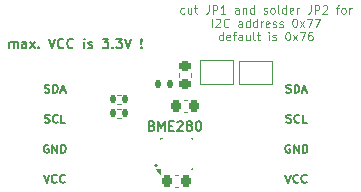
<source format=gbr>
%TF.GenerationSoftware,KiCad,Pcbnew,8.0.5-8.0.5-0~ubuntu22.04.1*%
%TF.CreationDate,2024-09-30T09:37:16+02:00*%
%TF.ProjectId,I2C_Module_BME280_FUEL4EP,4932435f-4d6f-4647-956c-655f424d4532,V1.4*%
%TF.SameCoordinates,Original*%
%TF.FileFunction,Legend,Top*%
%TF.FilePolarity,Positive*%
%FSLAX46Y46*%
G04 Gerber Fmt 4.6, Leading zero omitted, Abs format (unit mm)*
G04 Created by KiCad (PCBNEW 8.0.5-8.0.5-0~ubuntu22.04.1) date 2024-09-30 09:37:16*
%MOMM*%
%LPD*%
G01*
G04 APERTURE LIST*
G04 Aperture macros list*
%AMRoundRect*
0 Rectangle with rounded corners*
0 $1 Rounding radius*
0 $2 $3 $4 $5 $6 $7 $8 $9 X,Y pos of 4 corners*
0 Add a 4 corners polygon primitive as box body*
4,1,4,$2,$3,$4,$5,$6,$7,$8,$9,$2,$3,0*
0 Add four circle primitives for the rounded corners*
1,1,$1+$1,$2,$3*
1,1,$1+$1,$4,$5*
1,1,$1+$1,$6,$7*
1,1,$1+$1,$8,$9*
0 Add four rect primitives between the rounded corners*
20,1,$1+$1,$2,$3,$4,$5,0*
20,1,$1+$1,$4,$5,$6,$7,0*
20,1,$1+$1,$6,$7,$8,$9,0*
20,1,$1+$1,$8,$9,$2,$3,0*%
G04 Aperture macros list end*
%ADD10C,0.176200*%
%ADD11C,0.150000*%
%ADD12C,0.100000*%
%ADD13C,0.152400*%
%ADD14C,0.120000*%
%ADD15RoundRect,0.225000X0.250000X-0.225000X0.250000X0.225000X-0.250000X0.225000X-0.250000X-0.225000X0*%
%ADD16RoundRect,0.147500X-0.147500X-0.172500X0.147500X-0.172500X0.147500X0.172500X-0.147500X0.172500X0*%
%ADD17R,0.500000X0.350000*%
%ADD18R,1.000000X1.500000*%
%ADD19RoundRect,0.225000X0.225000X0.250000X-0.225000X0.250000X-0.225000X-0.250000X0.225000X-0.250000X0*%
%ADD20RoundRect,0.135000X0.135000X0.185000X-0.135000X0.185000X-0.135000X-0.185000X0.135000X-0.185000X0*%
%ADD21RoundRect,0.225000X-0.225000X-0.250000X0.225000X-0.250000X0.225000X0.250000X-0.225000X0.250000X0*%
%ADD22R,1.700000X1.700000*%
%ADD23O,1.700000X1.700000*%
G04 APERTURE END LIST*
D10*
X13588100Y3100000D02*
G75*
G02*
X13411900Y3100000I-88100J0D01*
G01*
X13411900Y3100000D02*
G75*
G02*
X13588100Y3100000I88100J0D01*
G01*
D11*
X4119666Y6737300D02*
X4219666Y6703966D01*
X4219666Y6703966D02*
X4386333Y6703966D01*
X4386333Y6703966D02*
X4452999Y6737300D01*
X4452999Y6737300D02*
X4486333Y6770633D01*
X4486333Y6770633D02*
X4519666Y6837300D01*
X4519666Y6837300D02*
X4519666Y6903966D01*
X4519666Y6903966D02*
X4486333Y6970633D01*
X4486333Y6970633D02*
X4452999Y7003966D01*
X4452999Y7003966D02*
X4386333Y7037300D01*
X4386333Y7037300D02*
X4252999Y7070633D01*
X4252999Y7070633D02*
X4186333Y7103966D01*
X4186333Y7103966D02*
X4152999Y7137300D01*
X4152999Y7137300D02*
X4119666Y7203966D01*
X4119666Y7203966D02*
X4119666Y7270633D01*
X4119666Y7270633D02*
X4152999Y7337300D01*
X4152999Y7337300D02*
X4186333Y7370633D01*
X4186333Y7370633D02*
X4252999Y7403966D01*
X4252999Y7403966D02*
X4419666Y7403966D01*
X4419666Y7403966D02*
X4519666Y7370633D01*
X5219666Y6770633D02*
X5186333Y6737300D01*
X5186333Y6737300D02*
X5086333Y6703966D01*
X5086333Y6703966D02*
X5019666Y6703966D01*
X5019666Y6703966D02*
X4919666Y6737300D01*
X4919666Y6737300D02*
X4853000Y6803966D01*
X4853000Y6803966D02*
X4819666Y6870633D01*
X4819666Y6870633D02*
X4786333Y7003966D01*
X4786333Y7003966D02*
X4786333Y7103966D01*
X4786333Y7103966D02*
X4819666Y7237300D01*
X4819666Y7237300D02*
X4853000Y7303966D01*
X4853000Y7303966D02*
X4919666Y7370633D01*
X4919666Y7370633D02*
X5019666Y7403966D01*
X5019666Y7403966D02*
X5086333Y7403966D01*
X5086333Y7403966D02*
X5186333Y7370633D01*
X5186333Y7370633D02*
X5219666Y7337300D01*
X5853000Y6703966D02*
X5519666Y6703966D01*
X5519666Y6703966D02*
X5519666Y7403966D01*
X24550000Y9277300D02*
X24650000Y9243966D01*
X24650000Y9243966D02*
X24816667Y9243966D01*
X24816667Y9243966D02*
X24883333Y9277300D01*
X24883333Y9277300D02*
X24916667Y9310633D01*
X24916667Y9310633D02*
X24950000Y9377300D01*
X24950000Y9377300D02*
X24950000Y9443966D01*
X24950000Y9443966D02*
X24916667Y9510633D01*
X24916667Y9510633D02*
X24883333Y9543966D01*
X24883333Y9543966D02*
X24816667Y9577300D01*
X24816667Y9577300D02*
X24683333Y9610633D01*
X24683333Y9610633D02*
X24616667Y9643966D01*
X24616667Y9643966D02*
X24583333Y9677300D01*
X24583333Y9677300D02*
X24550000Y9743966D01*
X24550000Y9743966D02*
X24550000Y9810633D01*
X24550000Y9810633D02*
X24583333Y9877300D01*
X24583333Y9877300D02*
X24616667Y9910633D01*
X24616667Y9910633D02*
X24683333Y9943966D01*
X24683333Y9943966D02*
X24850000Y9943966D01*
X24850000Y9943966D02*
X24950000Y9910633D01*
X25250000Y9243966D02*
X25250000Y9943966D01*
X25250000Y9943966D02*
X25416667Y9943966D01*
X25416667Y9943966D02*
X25516667Y9910633D01*
X25516667Y9910633D02*
X25583334Y9843966D01*
X25583334Y9843966D02*
X25616667Y9777300D01*
X25616667Y9777300D02*
X25650000Y9643966D01*
X25650000Y9643966D02*
X25650000Y9543966D01*
X25650000Y9543966D02*
X25616667Y9410633D01*
X25616667Y9410633D02*
X25583334Y9343966D01*
X25583334Y9343966D02*
X25516667Y9277300D01*
X25516667Y9277300D02*
X25416667Y9243966D01*
X25416667Y9243966D02*
X25250000Y9243966D01*
X25916667Y9443966D02*
X26250000Y9443966D01*
X25850000Y9243966D02*
X26083334Y9943966D01*
X26083334Y9943966D02*
X26316667Y9243966D01*
X24866667Y4830633D02*
X24800000Y4863966D01*
X24800000Y4863966D02*
X24700000Y4863966D01*
X24700000Y4863966D02*
X24600000Y4830633D01*
X24600000Y4830633D02*
X24533334Y4763966D01*
X24533334Y4763966D02*
X24500000Y4697300D01*
X24500000Y4697300D02*
X24466667Y4563966D01*
X24466667Y4563966D02*
X24466667Y4463966D01*
X24466667Y4463966D02*
X24500000Y4330633D01*
X24500000Y4330633D02*
X24533334Y4263966D01*
X24533334Y4263966D02*
X24600000Y4197300D01*
X24600000Y4197300D02*
X24700000Y4163966D01*
X24700000Y4163966D02*
X24766667Y4163966D01*
X24766667Y4163966D02*
X24866667Y4197300D01*
X24866667Y4197300D02*
X24900000Y4230633D01*
X24900000Y4230633D02*
X24900000Y4463966D01*
X24900000Y4463966D02*
X24766667Y4463966D01*
X25200000Y4163966D02*
X25200000Y4863966D01*
X25200000Y4863966D02*
X25600000Y4163966D01*
X25600000Y4163966D02*
X25600000Y4863966D01*
X25933333Y4163966D02*
X25933333Y4863966D01*
X25933333Y4863966D02*
X26100000Y4863966D01*
X26100000Y4863966D02*
X26200000Y4830633D01*
X26200000Y4830633D02*
X26266667Y4763966D01*
X26266667Y4763966D02*
X26300000Y4697300D01*
X26300000Y4697300D02*
X26333333Y4563966D01*
X26333333Y4563966D02*
X26333333Y4463966D01*
X26333333Y4463966D02*
X26300000Y4330633D01*
X26300000Y4330633D02*
X26266667Y4263966D01*
X26266667Y4263966D02*
X26200000Y4197300D01*
X26200000Y4197300D02*
X26100000Y4163966D01*
X26100000Y4163966D02*
X25933333Y4163966D01*
X4419667Y4830633D02*
X4353000Y4863966D01*
X4353000Y4863966D02*
X4253000Y4863966D01*
X4253000Y4863966D02*
X4153000Y4830633D01*
X4153000Y4830633D02*
X4086334Y4763966D01*
X4086334Y4763966D02*
X4053000Y4697300D01*
X4053000Y4697300D02*
X4019667Y4563966D01*
X4019667Y4563966D02*
X4019667Y4463966D01*
X4019667Y4463966D02*
X4053000Y4330633D01*
X4053000Y4330633D02*
X4086334Y4263966D01*
X4086334Y4263966D02*
X4153000Y4197300D01*
X4153000Y4197300D02*
X4253000Y4163966D01*
X4253000Y4163966D02*
X4319667Y4163966D01*
X4319667Y4163966D02*
X4419667Y4197300D01*
X4419667Y4197300D02*
X4453000Y4230633D01*
X4453000Y4230633D02*
X4453000Y4463966D01*
X4453000Y4463966D02*
X4319667Y4463966D01*
X4753000Y4163966D02*
X4753000Y4863966D01*
X4753000Y4863966D02*
X5153000Y4163966D01*
X5153000Y4163966D02*
X5153000Y4863966D01*
X5486333Y4163966D02*
X5486333Y4863966D01*
X5486333Y4863966D02*
X5653000Y4863966D01*
X5653000Y4863966D02*
X5753000Y4830633D01*
X5753000Y4830633D02*
X5819667Y4763966D01*
X5819667Y4763966D02*
X5853000Y4697300D01*
X5853000Y4697300D02*
X5886333Y4563966D01*
X5886333Y4563966D02*
X5886333Y4463966D01*
X5886333Y4463966D02*
X5853000Y4330633D01*
X5853000Y4330633D02*
X5819667Y4263966D01*
X5819667Y4263966D02*
X5753000Y4197300D01*
X5753000Y4197300D02*
X5653000Y4163966D01*
X5653000Y4163966D02*
X5486333Y4163966D01*
X24566666Y6737300D02*
X24666666Y6703966D01*
X24666666Y6703966D02*
X24833333Y6703966D01*
X24833333Y6703966D02*
X24899999Y6737300D01*
X24899999Y6737300D02*
X24933333Y6770633D01*
X24933333Y6770633D02*
X24966666Y6837300D01*
X24966666Y6837300D02*
X24966666Y6903966D01*
X24966666Y6903966D02*
X24933333Y6970633D01*
X24933333Y6970633D02*
X24899999Y7003966D01*
X24899999Y7003966D02*
X24833333Y7037300D01*
X24833333Y7037300D02*
X24699999Y7070633D01*
X24699999Y7070633D02*
X24633333Y7103966D01*
X24633333Y7103966D02*
X24599999Y7137300D01*
X24599999Y7137300D02*
X24566666Y7203966D01*
X24566666Y7203966D02*
X24566666Y7270633D01*
X24566666Y7270633D02*
X24599999Y7337300D01*
X24599999Y7337300D02*
X24633333Y7370633D01*
X24633333Y7370633D02*
X24699999Y7403966D01*
X24699999Y7403966D02*
X24866666Y7403966D01*
X24866666Y7403966D02*
X24966666Y7370633D01*
X25666666Y6770633D02*
X25633333Y6737300D01*
X25633333Y6737300D02*
X25533333Y6703966D01*
X25533333Y6703966D02*
X25466666Y6703966D01*
X25466666Y6703966D02*
X25366666Y6737300D01*
X25366666Y6737300D02*
X25300000Y6803966D01*
X25300000Y6803966D02*
X25266666Y6870633D01*
X25266666Y6870633D02*
X25233333Y7003966D01*
X25233333Y7003966D02*
X25233333Y7103966D01*
X25233333Y7103966D02*
X25266666Y7237300D01*
X25266666Y7237300D02*
X25300000Y7303966D01*
X25300000Y7303966D02*
X25366666Y7370633D01*
X25366666Y7370633D02*
X25466666Y7403966D01*
X25466666Y7403966D02*
X25533333Y7403966D01*
X25533333Y7403966D02*
X25633333Y7370633D01*
X25633333Y7370633D02*
X25666666Y7337300D01*
X26300000Y6703966D02*
X25966666Y6703966D01*
X25966666Y6703966D02*
X25966666Y7403966D01*
X4019666Y2323966D02*
X4253000Y1623966D01*
X4253000Y1623966D02*
X4486333Y2323966D01*
X5119666Y1690633D02*
X5086333Y1657300D01*
X5086333Y1657300D02*
X4986333Y1623966D01*
X4986333Y1623966D02*
X4919666Y1623966D01*
X4919666Y1623966D02*
X4819666Y1657300D01*
X4819666Y1657300D02*
X4753000Y1723966D01*
X4753000Y1723966D02*
X4719666Y1790633D01*
X4719666Y1790633D02*
X4686333Y1923966D01*
X4686333Y1923966D02*
X4686333Y2023966D01*
X4686333Y2023966D02*
X4719666Y2157300D01*
X4719666Y2157300D02*
X4753000Y2223966D01*
X4753000Y2223966D02*
X4819666Y2290633D01*
X4819666Y2290633D02*
X4919666Y2323966D01*
X4919666Y2323966D02*
X4986333Y2323966D01*
X4986333Y2323966D02*
X5086333Y2290633D01*
X5086333Y2290633D02*
X5119666Y2257300D01*
X5819666Y1690633D02*
X5786333Y1657300D01*
X5786333Y1657300D02*
X5686333Y1623966D01*
X5686333Y1623966D02*
X5619666Y1623966D01*
X5619666Y1623966D02*
X5519666Y1657300D01*
X5519666Y1657300D02*
X5453000Y1723966D01*
X5453000Y1723966D02*
X5419666Y1790633D01*
X5419666Y1790633D02*
X5386333Y1923966D01*
X5386333Y1923966D02*
X5386333Y2023966D01*
X5386333Y2023966D02*
X5419666Y2157300D01*
X5419666Y2157300D02*
X5453000Y2223966D01*
X5453000Y2223966D02*
X5519666Y2290633D01*
X5519666Y2290633D02*
X5619666Y2323966D01*
X5619666Y2323966D02*
X5686333Y2323966D01*
X5686333Y2323966D02*
X5786333Y2290633D01*
X5786333Y2290633D02*
X5819666Y2257300D01*
D12*
X15925868Y15980061D02*
X15859202Y15946727D01*
X15859202Y15946727D02*
X15725868Y15946727D01*
X15725868Y15946727D02*
X15659202Y15980061D01*
X15659202Y15980061D02*
X15625868Y16013394D01*
X15625868Y16013394D02*
X15592535Y16080061D01*
X15592535Y16080061D02*
X15592535Y16280061D01*
X15592535Y16280061D02*
X15625868Y16346727D01*
X15625868Y16346727D02*
X15659202Y16380061D01*
X15659202Y16380061D02*
X15725868Y16413394D01*
X15725868Y16413394D02*
X15859202Y16413394D01*
X15859202Y16413394D02*
X15925868Y16380061D01*
X16525868Y16413394D02*
X16525868Y15946727D01*
X16225868Y16413394D02*
X16225868Y16046727D01*
X16225868Y16046727D02*
X16259202Y15980061D01*
X16259202Y15980061D02*
X16325868Y15946727D01*
X16325868Y15946727D02*
X16425868Y15946727D01*
X16425868Y15946727D02*
X16492535Y15980061D01*
X16492535Y15980061D02*
X16525868Y16013394D01*
X16759201Y16413394D02*
X17025868Y16413394D01*
X16859201Y16646727D02*
X16859201Y16046727D01*
X16859201Y16046727D02*
X16892535Y15980061D01*
X16892535Y15980061D02*
X16959201Y15946727D01*
X16959201Y15946727D02*
X17025868Y15946727D01*
X17992534Y16646727D02*
X17992534Y16146727D01*
X17992534Y16146727D02*
X17959201Y16046727D01*
X17959201Y16046727D02*
X17892534Y15980061D01*
X17892534Y15980061D02*
X17792534Y15946727D01*
X17792534Y15946727D02*
X17725868Y15946727D01*
X18325867Y15946727D02*
X18325867Y16646727D01*
X18325867Y16646727D02*
X18592534Y16646727D01*
X18592534Y16646727D02*
X18659201Y16613394D01*
X18659201Y16613394D02*
X18692534Y16580061D01*
X18692534Y16580061D02*
X18725867Y16513394D01*
X18725867Y16513394D02*
X18725867Y16413394D01*
X18725867Y16413394D02*
X18692534Y16346727D01*
X18692534Y16346727D02*
X18659201Y16313394D01*
X18659201Y16313394D02*
X18592534Y16280061D01*
X18592534Y16280061D02*
X18325867Y16280061D01*
X19392534Y15946727D02*
X18992534Y15946727D01*
X19192534Y15946727D02*
X19192534Y16646727D01*
X19192534Y16646727D02*
X19125867Y16546727D01*
X19125867Y16546727D02*
X19059201Y16480061D01*
X19059201Y16480061D02*
X18992534Y16446727D01*
X20525867Y15946727D02*
X20525867Y16313394D01*
X20525867Y16313394D02*
X20492534Y16380061D01*
X20492534Y16380061D02*
X20425867Y16413394D01*
X20425867Y16413394D02*
X20292534Y16413394D01*
X20292534Y16413394D02*
X20225867Y16380061D01*
X20525867Y15980061D02*
X20459201Y15946727D01*
X20459201Y15946727D02*
X20292534Y15946727D01*
X20292534Y15946727D02*
X20225867Y15980061D01*
X20225867Y15980061D02*
X20192534Y16046727D01*
X20192534Y16046727D02*
X20192534Y16113394D01*
X20192534Y16113394D02*
X20225867Y16180061D01*
X20225867Y16180061D02*
X20292534Y16213394D01*
X20292534Y16213394D02*
X20459201Y16213394D01*
X20459201Y16213394D02*
X20525867Y16246727D01*
X20859200Y16413394D02*
X20859200Y15946727D01*
X20859200Y16346727D02*
X20892534Y16380061D01*
X20892534Y16380061D02*
X20959200Y16413394D01*
X20959200Y16413394D02*
X21059200Y16413394D01*
X21059200Y16413394D02*
X21125867Y16380061D01*
X21125867Y16380061D02*
X21159200Y16313394D01*
X21159200Y16313394D02*
X21159200Y15946727D01*
X21792533Y15946727D02*
X21792533Y16646727D01*
X21792533Y15980061D02*
X21725867Y15946727D01*
X21725867Y15946727D02*
X21592533Y15946727D01*
X21592533Y15946727D02*
X21525867Y15980061D01*
X21525867Y15980061D02*
X21492533Y16013394D01*
X21492533Y16013394D02*
X21459200Y16080061D01*
X21459200Y16080061D02*
X21459200Y16280061D01*
X21459200Y16280061D02*
X21492533Y16346727D01*
X21492533Y16346727D02*
X21525867Y16380061D01*
X21525867Y16380061D02*
X21592533Y16413394D01*
X21592533Y16413394D02*
X21725867Y16413394D01*
X21725867Y16413394D02*
X21792533Y16380061D01*
X22625866Y15980061D02*
X22692533Y15946727D01*
X22692533Y15946727D02*
X22825866Y15946727D01*
X22825866Y15946727D02*
X22892533Y15980061D01*
X22892533Y15980061D02*
X22925866Y16046727D01*
X22925866Y16046727D02*
X22925866Y16080061D01*
X22925866Y16080061D02*
X22892533Y16146727D01*
X22892533Y16146727D02*
X22825866Y16180061D01*
X22825866Y16180061D02*
X22725866Y16180061D01*
X22725866Y16180061D02*
X22659199Y16213394D01*
X22659199Y16213394D02*
X22625866Y16280061D01*
X22625866Y16280061D02*
X22625866Y16313394D01*
X22625866Y16313394D02*
X22659199Y16380061D01*
X22659199Y16380061D02*
X22725866Y16413394D01*
X22725866Y16413394D02*
X22825866Y16413394D01*
X22825866Y16413394D02*
X22892533Y16380061D01*
X23325866Y15946727D02*
X23259200Y15980061D01*
X23259200Y15980061D02*
X23225866Y16013394D01*
X23225866Y16013394D02*
X23192533Y16080061D01*
X23192533Y16080061D02*
X23192533Y16280061D01*
X23192533Y16280061D02*
X23225866Y16346727D01*
X23225866Y16346727D02*
X23259200Y16380061D01*
X23259200Y16380061D02*
X23325866Y16413394D01*
X23325866Y16413394D02*
X23425866Y16413394D01*
X23425866Y16413394D02*
X23492533Y16380061D01*
X23492533Y16380061D02*
X23525866Y16346727D01*
X23525866Y16346727D02*
X23559200Y16280061D01*
X23559200Y16280061D02*
X23559200Y16080061D01*
X23559200Y16080061D02*
X23525866Y16013394D01*
X23525866Y16013394D02*
X23492533Y15980061D01*
X23492533Y15980061D02*
X23425866Y15946727D01*
X23425866Y15946727D02*
X23325866Y15946727D01*
X23959199Y15946727D02*
X23892533Y15980061D01*
X23892533Y15980061D02*
X23859199Y16046727D01*
X23859199Y16046727D02*
X23859199Y16646727D01*
X24525866Y15946727D02*
X24525866Y16646727D01*
X24525866Y15980061D02*
X24459200Y15946727D01*
X24459200Y15946727D02*
X24325866Y15946727D01*
X24325866Y15946727D02*
X24259200Y15980061D01*
X24259200Y15980061D02*
X24225866Y16013394D01*
X24225866Y16013394D02*
X24192533Y16080061D01*
X24192533Y16080061D02*
X24192533Y16280061D01*
X24192533Y16280061D02*
X24225866Y16346727D01*
X24225866Y16346727D02*
X24259200Y16380061D01*
X24259200Y16380061D02*
X24325866Y16413394D01*
X24325866Y16413394D02*
X24459200Y16413394D01*
X24459200Y16413394D02*
X24525866Y16380061D01*
X25125866Y15980061D02*
X25059199Y15946727D01*
X25059199Y15946727D02*
X24925866Y15946727D01*
X24925866Y15946727D02*
X24859199Y15980061D01*
X24859199Y15980061D02*
X24825866Y16046727D01*
X24825866Y16046727D02*
X24825866Y16313394D01*
X24825866Y16313394D02*
X24859199Y16380061D01*
X24859199Y16380061D02*
X24925866Y16413394D01*
X24925866Y16413394D02*
X25059199Y16413394D01*
X25059199Y16413394D02*
X25125866Y16380061D01*
X25125866Y16380061D02*
X25159199Y16313394D01*
X25159199Y16313394D02*
X25159199Y16246727D01*
X25159199Y16246727D02*
X24825866Y16180061D01*
X25459199Y15946727D02*
X25459199Y16413394D01*
X25459199Y16280061D02*
X25492533Y16346727D01*
X25492533Y16346727D02*
X25525866Y16380061D01*
X25525866Y16380061D02*
X25592533Y16413394D01*
X25592533Y16413394D02*
X25659199Y16413394D01*
X26625865Y16646727D02*
X26625865Y16146727D01*
X26625865Y16146727D02*
X26592532Y16046727D01*
X26592532Y16046727D02*
X26525865Y15980061D01*
X26525865Y15980061D02*
X26425865Y15946727D01*
X26425865Y15946727D02*
X26359199Y15946727D01*
X26959198Y15946727D02*
X26959198Y16646727D01*
X26959198Y16646727D02*
X27225865Y16646727D01*
X27225865Y16646727D02*
X27292532Y16613394D01*
X27292532Y16613394D02*
X27325865Y16580061D01*
X27325865Y16580061D02*
X27359198Y16513394D01*
X27359198Y16513394D02*
X27359198Y16413394D01*
X27359198Y16413394D02*
X27325865Y16346727D01*
X27325865Y16346727D02*
X27292532Y16313394D01*
X27292532Y16313394D02*
X27225865Y16280061D01*
X27225865Y16280061D02*
X26959198Y16280061D01*
X27625865Y16580061D02*
X27659198Y16613394D01*
X27659198Y16613394D02*
X27725865Y16646727D01*
X27725865Y16646727D02*
X27892532Y16646727D01*
X27892532Y16646727D02*
X27959198Y16613394D01*
X27959198Y16613394D02*
X27992532Y16580061D01*
X27992532Y16580061D02*
X28025865Y16513394D01*
X28025865Y16513394D02*
X28025865Y16446727D01*
X28025865Y16446727D02*
X27992532Y16346727D01*
X27992532Y16346727D02*
X27592532Y15946727D01*
X27592532Y15946727D02*
X28025865Y15946727D01*
X28759198Y16413394D02*
X29025865Y16413394D01*
X28859198Y15946727D02*
X28859198Y16546727D01*
X28859198Y16546727D02*
X28892532Y16613394D01*
X28892532Y16613394D02*
X28959198Y16646727D01*
X28959198Y16646727D02*
X29025865Y16646727D01*
X29359198Y15946727D02*
X29292532Y15980061D01*
X29292532Y15980061D02*
X29259198Y16013394D01*
X29259198Y16013394D02*
X29225865Y16080061D01*
X29225865Y16080061D02*
X29225865Y16280061D01*
X29225865Y16280061D02*
X29259198Y16346727D01*
X29259198Y16346727D02*
X29292532Y16380061D01*
X29292532Y16380061D02*
X29359198Y16413394D01*
X29359198Y16413394D02*
X29459198Y16413394D01*
X29459198Y16413394D02*
X29525865Y16380061D01*
X29525865Y16380061D02*
X29559198Y16346727D01*
X29559198Y16346727D02*
X29592532Y16280061D01*
X29592532Y16280061D02*
X29592532Y16080061D01*
X29592532Y16080061D02*
X29559198Y16013394D01*
X29559198Y16013394D02*
X29525865Y15980061D01*
X29525865Y15980061D02*
X29459198Y15946727D01*
X29459198Y15946727D02*
X29359198Y15946727D01*
X29892531Y15946727D02*
X29892531Y16413394D01*
X29892531Y16280061D02*
X29925865Y16346727D01*
X29925865Y16346727D02*
X29959198Y16380061D01*
X29959198Y16380061D02*
X30025865Y16413394D01*
X30025865Y16413394D02*
X30092531Y16413394D01*
X18275866Y14819766D02*
X18275866Y15519766D01*
X18575866Y15453100D02*
X18609199Y15486433D01*
X18609199Y15486433D02*
X18675866Y15519766D01*
X18675866Y15519766D02*
X18842533Y15519766D01*
X18842533Y15519766D02*
X18909199Y15486433D01*
X18909199Y15486433D02*
X18942533Y15453100D01*
X18942533Y15453100D02*
X18975866Y15386433D01*
X18975866Y15386433D02*
X18975866Y15319766D01*
X18975866Y15319766D02*
X18942533Y15219766D01*
X18942533Y15219766D02*
X18542533Y14819766D01*
X18542533Y14819766D02*
X18975866Y14819766D01*
X19675866Y14886433D02*
X19642533Y14853100D01*
X19642533Y14853100D02*
X19542533Y14819766D01*
X19542533Y14819766D02*
X19475866Y14819766D01*
X19475866Y14819766D02*
X19375866Y14853100D01*
X19375866Y14853100D02*
X19309200Y14919766D01*
X19309200Y14919766D02*
X19275866Y14986433D01*
X19275866Y14986433D02*
X19242533Y15119766D01*
X19242533Y15119766D02*
X19242533Y15219766D01*
X19242533Y15219766D02*
X19275866Y15353100D01*
X19275866Y15353100D02*
X19309200Y15419766D01*
X19309200Y15419766D02*
X19375866Y15486433D01*
X19375866Y15486433D02*
X19475866Y15519766D01*
X19475866Y15519766D02*
X19542533Y15519766D01*
X19542533Y15519766D02*
X19642533Y15486433D01*
X19642533Y15486433D02*
X19675866Y15453100D01*
X20809199Y14819766D02*
X20809199Y15186433D01*
X20809199Y15186433D02*
X20775866Y15253100D01*
X20775866Y15253100D02*
X20709199Y15286433D01*
X20709199Y15286433D02*
X20575866Y15286433D01*
X20575866Y15286433D02*
X20509199Y15253100D01*
X20809199Y14853100D02*
X20742533Y14819766D01*
X20742533Y14819766D02*
X20575866Y14819766D01*
X20575866Y14819766D02*
X20509199Y14853100D01*
X20509199Y14853100D02*
X20475866Y14919766D01*
X20475866Y14919766D02*
X20475866Y14986433D01*
X20475866Y14986433D02*
X20509199Y15053100D01*
X20509199Y15053100D02*
X20575866Y15086433D01*
X20575866Y15086433D02*
X20742533Y15086433D01*
X20742533Y15086433D02*
X20809199Y15119766D01*
X21442532Y14819766D02*
X21442532Y15519766D01*
X21442532Y14853100D02*
X21375866Y14819766D01*
X21375866Y14819766D02*
X21242532Y14819766D01*
X21242532Y14819766D02*
X21175866Y14853100D01*
X21175866Y14853100D02*
X21142532Y14886433D01*
X21142532Y14886433D02*
X21109199Y14953100D01*
X21109199Y14953100D02*
X21109199Y15153100D01*
X21109199Y15153100D02*
X21142532Y15219766D01*
X21142532Y15219766D02*
X21175866Y15253100D01*
X21175866Y15253100D02*
X21242532Y15286433D01*
X21242532Y15286433D02*
X21375866Y15286433D01*
X21375866Y15286433D02*
X21442532Y15253100D01*
X22075865Y14819766D02*
X22075865Y15519766D01*
X22075865Y14853100D02*
X22009199Y14819766D01*
X22009199Y14819766D02*
X21875865Y14819766D01*
X21875865Y14819766D02*
X21809199Y14853100D01*
X21809199Y14853100D02*
X21775865Y14886433D01*
X21775865Y14886433D02*
X21742532Y14953100D01*
X21742532Y14953100D02*
X21742532Y15153100D01*
X21742532Y15153100D02*
X21775865Y15219766D01*
X21775865Y15219766D02*
X21809199Y15253100D01*
X21809199Y15253100D02*
X21875865Y15286433D01*
X21875865Y15286433D02*
X22009199Y15286433D01*
X22009199Y15286433D02*
X22075865Y15253100D01*
X22409198Y14819766D02*
X22409198Y15286433D01*
X22409198Y15153100D02*
X22442532Y15219766D01*
X22442532Y15219766D02*
X22475865Y15253100D01*
X22475865Y15253100D02*
X22542532Y15286433D01*
X22542532Y15286433D02*
X22609198Y15286433D01*
X23109198Y14853100D02*
X23042531Y14819766D01*
X23042531Y14819766D02*
X22909198Y14819766D01*
X22909198Y14819766D02*
X22842531Y14853100D01*
X22842531Y14853100D02*
X22809198Y14919766D01*
X22809198Y14919766D02*
X22809198Y15186433D01*
X22809198Y15186433D02*
X22842531Y15253100D01*
X22842531Y15253100D02*
X22909198Y15286433D01*
X22909198Y15286433D02*
X23042531Y15286433D01*
X23042531Y15286433D02*
X23109198Y15253100D01*
X23109198Y15253100D02*
X23142531Y15186433D01*
X23142531Y15186433D02*
X23142531Y15119766D01*
X23142531Y15119766D02*
X22809198Y15053100D01*
X23409198Y14853100D02*
X23475865Y14819766D01*
X23475865Y14819766D02*
X23609198Y14819766D01*
X23609198Y14819766D02*
X23675865Y14853100D01*
X23675865Y14853100D02*
X23709198Y14919766D01*
X23709198Y14919766D02*
X23709198Y14953100D01*
X23709198Y14953100D02*
X23675865Y15019766D01*
X23675865Y15019766D02*
X23609198Y15053100D01*
X23609198Y15053100D02*
X23509198Y15053100D01*
X23509198Y15053100D02*
X23442531Y15086433D01*
X23442531Y15086433D02*
X23409198Y15153100D01*
X23409198Y15153100D02*
X23409198Y15186433D01*
X23409198Y15186433D02*
X23442531Y15253100D01*
X23442531Y15253100D02*
X23509198Y15286433D01*
X23509198Y15286433D02*
X23609198Y15286433D01*
X23609198Y15286433D02*
X23675865Y15253100D01*
X23975865Y14853100D02*
X24042532Y14819766D01*
X24042532Y14819766D02*
X24175865Y14819766D01*
X24175865Y14819766D02*
X24242532Y14853100D01*
X24242532Y14853100D02*
X24275865Y14919766D01*
X24275865Y14919766D02*
X24275865Y14953100D01*
X24275865Y14953100D02*
X24242532Y15019766D01*
X24242532Y15019766D02*
X24175865Y15053100D01*
X24175865Y15053100D02*
X24075865Y15053100D01*
X24075865Y15053100D02*
X24009198Y15086433D01*
X24009198Y15086433D02*
X23975865Y15153100D01*
X23975865Y15153100D02*
X23975865Y15186433D01*
X23975865Y15186433D02*
X24009198Y15253100D01*
X24009198Y15253100D02*
X24075865Y15286433D01*
X24075865Y15286433D02*
X24175865Y15286433D01*
X24175865Y15286433D02*
X24242532Y15253100D01*
X25242532Y15519766D02*
X25309198Y15519766D01*
X25309198Y15519766D02*
X25375865Y15486433D01*
X25375865Y15486433D02*
X25409198Y15453100D01*
X25409198Y15453100D02*
X25442532Y15386433D01*
X25442532Y15386433D02*
X25475865Y15253100D01*
X25475865Y15253100D02*
X25475865Y15086433D01*
X25475865Y15086433D02*
X25442532Y14953100D01*
X25442532Y14953100D02*
X25409198Y14886433D01*
X25409198Y14886433D02*
X25375865Y14853100D01*
X25375865Y14853100D02*
X25309198Y14819766D01*
X25309198Y14819766D02*
X25242532Y14819766D01*
X25242532Y14819766D02*
X25175865Y14853100D01*
X25175865Y14853100D02*
X25142532Y14886433D01*
X25142532Y14886433D02*
X25109198Y14953100D01*
X25109198Y14953100D02*
X25075865Y15086433D01*
X25075865Y15086433D02*
X25075865Y15253100D01*
X25075865Y15253100D02*
X25109198Y15386433D01*
X25109198Y15386433D02*
X25142532Y15453100D01*
X25142532Y15453100D02*
X25175865Y15486433D01*
X25175865Y15486433D02*
X25242532Y15519766D01*
X25709199Y14819766D02*
X26075865Y15286433D01*
X25709199Y15286433D02*
X26075865Y14819766D01*
X26275866Y15519766D02*
X26742532Y15519766D01*
X26742532Y15519766D02*
X26442532Y14819766D01*
X26942533Y15519766D02*
X27409199Y15519766D01*
X27409199Y15519766D02*
X27109199Y14819766D01*
X19175866Y13692805D02*
X19175866Y14392805D01*
X19175866Y13726139D02*
X19109200Y13692805D01*
X19109200Y13692805D02*
X18975866Y13692805D01*
X18975866Y13692805D02*
X18909200Y13726139D01*
X18909200Y13726139D02*
X18875866Y13759472D01*
X18875866Y13759472D02*
X18842533Y13826139D01*
X18842533Y13826139D02*
X18842533Y14026139D01*
X18842533Y14026139D02*
X18875866Y14092805D01*
X18875866Y14092805D02*
X18909200Y14126139D01*
X18909200Y14126139D02*
X18975866Y14159472D01*
X18975866Y14159472D02*
X19109200Y14159472D01*
X19109200Y14159472D02*
X19175866Y14126139D01*
X19775866Y13726139D02*
X19709199Y13692805D01*
X19709199Y13692805D02*
X19575866Y13692805D01*
X19575866Y13692805D02*
X19509199Y13726139D01*
X19509199Y13726139D02*
X19475866Y13792805D01*
X19475866Y13792805D02*
X19475866Y14059472D01*
X19475866Y14059472D02*
X19509199Y14126139D01*
X19509199Y14126139D02*
X19575866Y14159472D01*
X19575866Y14159472D02*
X19709199Y14159472D01*
X19709199Y14159472D02*
X19775866Y14126139D01*
X19775866Y14126139D02*
X19809199Y14059472D01*
X19809199Y14059472D02*
X19809199Y13992805D01*
X19809199Y13992805D02*
X19475866Y13926139D01*
X20009199Y14159472D02*
X20275866Y14159472D01*
X20109199Y13692805D02*
X20109199Y14292805D01*
X20109199Y14292805D02*
X20142533Y14359472D01*
X20142533Y14359472D02*
X20209199Y14392805D01*
X20209199Y14392805D02*
X20275866Y14392805D01*
X20809199Y13692805D02*
X20809199Y14059472D01*
X20809199Y14059472D02*
X20775866Y14126139D01*
X20775866Y14126139D02*
X20709199Y14159472D01*
X20709199Y14159472D02*
X20575866Y14159472D01*
X20575866Y14159472D02*
X20509199Y14126139D01*
X20809199Y13726139D02*
X20742533Y13692805D01*
X20742533Y13692805D02*
X20575866Y13692805D01*
X20575866Y13692805D02*
X20509199Y13726139D01*
X20509199Y13726139D02*
X20475866Y13792805D01*
X20475866Y13792805D02*
X20475866Y13859472D01*
X20475866Y13859472D02*
X20509199Y13926139D01*
X20509199Y13926139D02*
X20575866Y13959472D01*
X20575866Y13959472D02*
X20742533Y13959472D01*
X20742533Y13959472D02*
X20809199Y13992805D01*
X21442532Y14159472D02*
X21442532Y13692805D01*
X21142532Y14159472D02*
X21142532Y13792805D01*
X21142532Y13792805D02*
X21175866Y13726139D01*
X21175866Y13726139D02*
X21242532Y13692805D01*
X21242532Y13692805D02*
X21342532Y13692805D01*
X21342532Y13692805D02*
X21409199Y13726139D01*
X21409199Y13726139D02*
X21442532Y13759472D01*
X21875865Y13692805D02*
X21809199Y13726139D01*
X21809199Y13726139D02*
X21775865Y13792805D01*
X21775865Y13792805D02*
X21775865Y14392805D01*
X22042532Y14159472D02*
X22309199Y14159472D01*
X22142532Y14392805D02*
X22142532Y13792805D01*
X22142532Y13792805D02*
X22175866Y13726139D01*
X22175866Y13726139D02*
X22242532Y13692805D01*
X22242532Y13692805D02*
X22309199Y13692805D01*
X23075865Y13692805D02*
X23075865Y14159472D01*
X23075865Y14392805D02*
X23042532Y14359472D01*
X23042532Y14359472D02*
X23075865Y14326139D01*
X23075865Y14326139D02*
X23109199Y14359472D01*
X23109199Y14359472D02*
X23075865Y14392805D01*
X23075865Y14392805D02*
X23075865Y14326139D01*
X23375865Y13726139D02*
X23442532Y13692805D01*
X23442532Y13692805D02*
X23575865Y13692805D01*
X23575865Y13692805D02*
X23642532Y13726139D01*
X23642532Y13726139D02*
X23675865Y13792805D01*
X23675865Y13792805D02*
X23675865Y13826139D01*
X23675865Y13826139D02*
X23642532Y13892805D01*
X23642532Y13892805D02*
X23575865Y13926139D01*
X23575865Y13926139D02*
X23475865Y13926139D01*
X23475865Y13926139D02*
X23409198Y13959472D01*
X23409198Y13959472D02*
X23375865Y14026139D01*
X23375865Y14026139D02*
X23375865Y14059472D01*
X23375865Y14059472D02*
X23409198Y14126139D01*
X23409198Y14126139D02*
X23475865Y14159472D01*
X23475865Y14159472D02*
X23575865Y14159472D01*
X23575865Y14159472D02*
X23642532Y14126139D01*
X24642532Y14392805D02*
X24709198Y14392805D01*
X24709198Y14392805D02*
X24775865Y14359472D01*
X24775865Y14359472D02*
X24809198Y14326139D01*
X24809198Y14326139D02*
X24842532Y14259472D01*
X24842532Y14259472D02*
X24875865Y14126139D01*
X24875865Y14126139D02*
X24875865Y13959472D01*
X24875865Y13959472D02*
X24842532Y13826139D01*
X24842532Y13826139D02*
X24809198Y13759472D01*
X24809198Y13759472D02*
X24775865Y13726139D01*
X24775865Y13726139D02*
X24709198Y13692805D01*
X24709198Y13692805D02*
X24642532Y13692805D01*
X24642532Y13692805D02*
X24575865Y13726139D01*
X24575865Y13726139D02*
X24542532Y13759472D01*
X24542532Y13759472D02*
X24509198Y13826139D01*
X24509198Y13826139D02*
X24475865Y13959472D01*
X24475865Y13959472D02*
X24475865Y14126139D01*
X24475865Y14126139D02*
X24509198Y14259472D01*
X24509198Y14259472D02*
X24542532Y14326139D01*
X24542532Y14326139D02*
X24575865Y14359472D01*
X24575865Y14359472D02*
X24642532Y14392805D01*
X25109199Y13692805D02*
X25475865Y14159472D01*
X25109199Y14159472D02*
X25475865Y13692805D01*
X25675866Y14392805D02*
X26142532Y14392805D01*
X26142532Y14392805D02*
X25842532Y13692805D01*
X26709199Y14392805D02*
X26575866Y14392805D01*
X26575866Y14392805D02*
X26509199Y14359472D01*
X26509199Y14359472D02*
X26475866Y14326139D01*
X26475866Y14326139D02*
X26409199Y14226139D01*
X26409199Y14226139D02*
X26375866Y14092805D01*
X26375866Y14092805D02*
X26375866Y13826139D01*
X26375866Y13826139D02*
X26409199Y13759472D01*
X26409199Y13759472D02*
X26442533Y13726139D01*
X26442533Y13726139D02*
X26509199Y13692805D01*
X26509199Y13692805D02*
X26642533Y13692805D01*
X26642533Y13692805D02*
X26709199Y13726139D01*
X26709199Y13726139D02*
X26742533Y13759472D01*
X26742533Y13759472D02*
X26775866Y13826139D01*
X26775866Y13826139D02*
X26775866Y13992805D01*
X26775866Y13992805D02*
X26742533Y14059472D01*
X26742533Y14059472D02*
X26709199Y14092805D01*
X26709199Y14092805D02*
X26642533Y14126139D01*
X26642533Y14126139D02*
X26509199Y14126139D01*
X26509199Y14126139D02*
X26442533Y14092805D01*
X26442533Y14092805D02*
X26409199Y14059472D01*
X26409199Y14059472D02*
X26375866Y13992805D01*
D13*
X13164763Y6457660D02*
X13280877Y6418955D01*
X13280877Y6418955D02*
X13319582Y6380251D01*
X13319582Y6380251D02*
X13358286Y6302841D01*
X13358286Y6302841D02*
X13358286Y6186727D01*
X13358286Y6186727D02*
X13319582Y6109317D01*
X13319582Y6109317D02*
X13280877Y6070613D01*
X13280877Y6070613D02*
X13203467Y6031908D01*
X13203467Y6031908D02*
X12893829Y6031908D01*
X12893829Y6031908D02*
X12893829Y6844708D01*
X12893829Y6844708D02*
X13164763Y6844708D01*
X13164763Y6844708D02*
X13242172Y6806003D01*
X13242172Y6806003D02*
X13280877Y6767298D01*
X13280877Y6767298D02*
X13319582Y6689889D01*
X13319582Y6689889D02*
X13319582Y6612479D01*
X13319582Y6612479D02*
X13280877Y6535070D01*
X13280877Y6535070D02*
X13242172Y6496365D01*
X13242172Y6496365D02*
X13164763Y6457660D01*
X13164763Y6457660D02*
X12893829Y6457660D01*
X13706629Y6031908D02*
X13706629Y6844708D01*
X13706629Y6844708D02*
X13977563Y6264136D01*
X13977563Y6264136D02*
X14248496Y6844708D01*
X14248496Y6844708D02*
X14248496Y6031908D01*
X14635543Y6457660D02*
X14906477Y6457660D01*
X15022591Y6031908D02*
X14635543Y6031908D01*
X14635543Y6031908D02*
X14635543Y6844708D01*
X14635543Y6844708D02*
X15022591Y6844708D01*
X15332229Y6767298D02*
X15370933Y6806003D01*
X15370933Y6806003D02*
X15448343Y6844708D01*
X15448343Y6844708D02*
X15641867Y6844708D01*
X15641867Y6844708D02*
X15719276Y6806003D01*
X15719276Y6806003D02*
X15757981Y6767298D01*
X15757981Y6767298D02*
X15796686Y6689889D01*
X15796686Y6689889D02*
X15796686Y6612479D01*
X15796686Y6612479D02*
X15757981Y6496365D01*
X15757981Y6496365D02*
X15293524Y6031908D01*
X15293524Y6031908D02*
X15796686Y6031908D01*
X16261143Y6496365D02*
X16183733Y6535070D01*
X16183733Y6535070D02*
X16145028Y6573774D01*
X16145028Y6573774D02*
X16106324Y6651184D01*
X16106324Y6651184D02*
X16106324Y6689889D01*
X16106324Y6689889D02*
X16145028Y6767298D01*
X16145028Y6767298D02*
X16183733Y6806003D01*
X16183733Y6806003D02*
X16261143Y6844708D01*
X16261143Y6844708D02*
X16415962Y6844708D01*
X16415962Y6844708D02*
X16493371Y6806003D01*
X16493371Y6806003D02*
X16532076Y6767298D01*
X16532076Y6767298D02*
X16570781Y6689889D01*
X16570781Y6689889D02*
X16570781Y6651184D01*
X16570781Y6651184D02*
X16532076Y6573774D01*
X16532076Y6573774D02*
X16493371Y6535070D01*
X16493371Y6535070D02*
X16415962Y6496365D01*
X16415962Y6496365D02*
X16261143Y6496365D01*
X16261143Y6496365D02*
X16183733Y6457660D01*
X16183733Y6457660D02*
X16145028Y6418955D01*
X16145028Y6418955D02*
X16106324Y6341546D01*
X16106324Y6341546D02*
X16106324Y6186727D01*
X16106324Y6186727D02*
X16145028Y6109317D01*
X16145028Y6109317D02*
X16183733Y6070613D01*
X16183733Y6070613D02*
X16261143Y6031908D01*
X16261143Y6031908D02*
X16415962Y6031908D01*
X16415962Y6031908D02*
X16493371Y6070613D01*
X16493371Y6070613D02*
X16532076Y6109317D01*
X16532076Y6109317D02*
X16570781Y6186727D01*
X16570781Y6186727D02*
X16570781Y6341546D01*
X16570781Y6341546D02*
X16532076Y6418955D01*
X16532076Y6418955D02*
X16493371Y6457660D01*
X16493371Y6457660D02*
X16415962Y6496365D01*
X17073942Y6844708D02*
X17151352Y6844708D01*
X17151352Y6844708D02*
X17228761Y6806003D01*
X17228761Y6806003D02*
X17267466Y6767298D01*
X17267466Y6767298D02*
X17306171Y6689889D01*
X17306171Y6689889D02*
X17344876Y6535070D01*
X17344876Y6535070D02*
X17344876Y6341546D01*
X17344876Y6341546D02*
X17306171Y6186727D01*
X17306171Y6186727D02*
X17267466Y6109317D01*
X17267466Y6109317D02*
X17228761Y6070613D01*
X17228761Y6070613D02*
X17151352Y6031908D01*
X17151352Y6031908D02*
X17073942Y6031908D01*
X17073942Y6031908D02*
X16996533Y6070613D01*
X16996533Y6070613D02*
X16957828Y6109317D01*
X16957828Y6109317D02*
X16919123Y6186727D01*
X16919123Y6186727D02*
X16880419Y6341546D01*
X16880419Y6341546D02*
X16880419Y6535070D01*
X16880419Y6535070D02*
X16919123Y6689889D01*
X16919123Y6689889D02*
X16957828Y6767298D01*
X16957828Y6767298D02*
X16996533Y6806003D01*
X16996533Y6806003D02*
X17073942Y6844708D01*
D11*
X4103000Y9277300D02*
X4203000Y9243966D01*
X4203000Y9243966D02*
X4369667Y9243966D01*
X4369667Y9243966D02*
X4436333Y9277300D01*
X4436333Y9277300D02*
X4469667Y9310633D01*
X4469667Y9310633D02*
X4503000Y9377300D01*
X4503000Y9377300D02*
X4503000Y9443966D01*
X4503000Y9443966D02*
X4469667Y9510633D01*
X4469667Y9510633D02*
X4436333Y9543966D01*
X4436333Y9543966D02*
X4369667Y9577300D01*
X4369667Y9577300D02*
X4236333Y9610633D01*
X4236333Y9610633D02*
X4169667Y9643966D01*
X4169667Y9643966D02*
X4136333Y9677300D01*
X4136333Y9677300D02*
X4103000Y9743966D01*
X4103000Y9743966D02*
X4103000Y9810633D01*
X4103000Y9810633D02*
X4136333Y9877300D01*
X4136333Y9877300D02*
X4169667Y9910633D01*
X4169667Y9910633D02*
X4236333Y9943966D01*
X4236333Y9943966D02*
X4403000Y9943966D01*
X4403000Y9943966D02*
X4503000Y9910633D01*
X4803000Y9243966D02*
X4803000Y9943966D01*
X4803000Y9943966D02*
X4969667Y9943966D01*
X4969667Y9943966D02*
X5069667Y9910633D01*
X5069667Y9910633D02*
X5136334Y9843966D01*
X5136334Y9843966D02*
X5169667Y9777300D01*
X5169667Y9777300D02*
X5203000Y9643966D01*
X5203000Y9643966D02*
X5203000Y9543966D01*
X5203000Y9543966D02*
X5169667Y9410633D01*
X5169667Y9410633D02*
X5136334Y9343966D01*
X5136334Y9343966D02*
X5069667Y9277300D01*
X5069667Y9277300D02*
X4969667Y9243966D01*
X4969667Y9243966D02*
X4803000Y9243966D01*
X5469667Y9443966D02*
X5803000Y9443966D01*
X5403000Y9243966D02*
X5636334Y9943966D01*
X5636334Y9943966D02*
X5869667Y9243966D01*
X24466666Y2323966D02*
X24700000Y1623966D01*
X24700000Y1623966D02*
X24933333Y2323966D01*
X25566666Y1690633D02*
X25533333Y1657300D01*
X25533333Y1657300D02*
X25433333Y1623966D01*
X25433333Y1623966D02*
X25366666Y1623966D01*
X25366666Y1623966D02*
X25266666Y1657300D01*
X25266666Y1657300D02*
X25200000Y1723966D01*
X25200000Y1723966D02*
X25166666Y1790633D01*
X25166666Y1790633D02*
X25133333Y1923966D01*
X25133333Y1923966D02*
X25133333Y2023966D01*
X25133333Y2023966D02*
X25166666Y2157300D01*
X25166666Y2157300D02*
X25200000Y2223966D01*
X25200000Y2223966D02*
X25266666Y2290633D01*
X25266666Y2290633D02*
X25366666Y2323966D01*
X25366666Y2323966D02*
X25433333Y2323966D01*
X25433333Y2323966D02*
X25533333Y2290633D01*
X25533333Y2290633D02*
X25566666Y2257300D01*
X26266666Y1690633D02*
X26233333Y1657300D01*
X26233333Y1657300D02*
X26133333Y1623966D01*
X26133333Y1623966D02*
X26066666Y1623966D01*
X26066666Y1623966D02*
X25966666Y1657300D01*
X25966666Y1657300D02*
X25900000Y1723966D01*
X25900000Y1723966D02*
X25866666Y1790633D01*
X25866666Y1790633D02*
X25833333Y1923966D01*
X25833333Y1923966D02*
X25833333Y2023966D01*
X25833333Y2023966D02*
X25866666Y2157300D01*
X25866666Y2157300D02*
X25900000Y2223966D01*
X25900000Y2223966D02*
X25966666Y2290633D01*
X25966666Y2290633D02*
X26066666Y2323966D01*
X26066666Y2323966D02*
X26133333Y2323966D01*
X26133333Y2323966D02*
X26233333Y2290633D01*
X26233333Y2290633D02*
X26266666Y2257300D01*
D13*
X1119048Y13037829D02*
X1119048Y13571163D01*
X1119048Y13494972D02*
X1157143Y13533067D01*
X1157143Y13533067D02*
X1233333Y13571163D01*
X1233333Y13571163D02*
X1347619Y13571163D01*
X1347619Y13571163D02*
X1423810Y13533067D01*
X1423810Y13533067D02*
X1461905Y13456877D01*
X1461905Y13456877D02*
X1461905Y13037829D01*
X1461905Y13456877D02*
X1500000Y13533067D01*
X1500000Y13533067D02*
X1576191Y13571163D01*
X1576191Y13571163D02*
X1690476Y13571163D01*
X1690476Y13571163D02*
X1766667Y13533067D01*
X1766667Y13533067D02*
X1804762Y13456877D01*
X1804762Y13456877D02*
X1804762Y13037829D01*
X2528572Y13037829D02*
X2528572Y13456877D01*
X2528572Y13456877D02*
X2490477Y13533067D01*
X2490477Y13533067D02*
X2414286Y13571163D01*
X2414286Y13571163D02*
X2261905Y13571163D01*
X2261905Y13571163D02*
X2185715Y13533067D01*
X2528572Y13075925D02*
X2452381Y13037829D01*
X2452381Y13037829D02*
X2261905Y13037829D01*
X2261905Y13037829D02*
X2185715Y13075925D01*
X2185715Y13075925D02*
X2147619Y13152115D01*
X2147619Y13152115D02*
X2147619Y13228305D01*
X2147619Y13228305D02*
X2185715Y13304496D01*
X2185715Y13304496D02*
X2261905Y13342591D01*
X2261905Y13342591D02*
X2452381Y13342591D01*
X2452381Y13342591D02*
X2528572Y13380686D01*
X2833334Y13037829D02*
X3252382Y13571163D01*
X2833334Y13571163D02*
X3252382Y13037829D01*
X3557144Y13114020D02*
X3595239Y13075925D01*
X3595239Y13075925D02*
X3557144Y13037829D01*
X3557144Y13037829D02*
X3519048Y13075925D01*
X3519048Y13075925D02*
X3557144Y13114020D01*
X3557144Y13114020D02*
X3557144Y13037829D01*
X4433334Y13837829D02*
X4700001Y13037829D01*
X4700001Y13037829D02*
X4966667Y13837829D01*
X5690477Y13114020D02*
X5652381Y13075925D01*
X5652381Y13075925D02*
X5538096Y13037829D01*
X5538096Y13037829D02*
X5461905Y13037829D01*
X5461905Y13037829D02*
X5347619Y13075925D01*
X5347619Y13075925D02*
X5271429Y13152115D01*
X5271429Y13152115D02*
X5233334Y13228305D01*
X5233334Y13228305D02*
X5195238Y13380686D01*
X5195238Y13380686D02*
X5195238Y13494972D01*
X5195238Y13494972D02*
X5233334Y13647353D01*
X5233334Y13647353D02*
X5271429Y13723544D01*
X5271429Y13723544D02*
X5347619Y13799734D01*
X5347619Y13799734D02*
X5461905Y13837829D01*
X5461905Y13837829D02*
X5538096Y13837829D01*
X5538096Y13837829D02*
X5652381Y13799734D01*
X5652381Y13799734D02*
X5690477Y13761639D01*
X6490477Y13114020D02*
X6452381Y13075925D01*
X6452381Y13075925D02*
X6338096Y13037829D01*
X6338096Y13037829D02*
X6261905Y13037829D01*
X6261905Y13037829D02*
X6147619Y13075925D01*
X6147619Y13075925D02*
X6071429Y13152115D01*
X6071429Y13152115D02*
X6033334Y13228305D01*
X6033334Y13228305D02*
X5995238Y13380686D01*
X5995238Y13380686D02*
X5995238Y13494972D01*
X5995238Y13494972D02*
X6033334Y13647353D01*
X6033334Y13647353D02*
X6071429Y13723544D01*
X6071429Y13723544D02*
X6147619Y13799734D01*
X6147619Y13799734D02*
X6261905Y13837829D01*
X6261905Y13837829D02*
X6338096Y13837829D01*
X6338096Y13837829D02*
X6452381Y13799734D01*
X6452381Y13799734D02*
X6490477Y13761639D01*
X7442858Y13037829D02*
X7442858Y13571163D01*
X7442858Y13837829D02*
X7404762Y13799734D01*
X7404762Y13799734D02*
X7442858Y13761639D01*
X7442858Y13761639D02*
X7480953Y13799734D01*
X7480953Y13799734D02*
X7442858Y13837829D01*
X7442858Y13837829D02*
X7442858Y13761639D01*
X7785714Y13075925D02*
X7861905Y13037829D01*
X7861905Y13037829D02*
X8014286Y13037829D01*
X8014286Y13037829D02*
X8090476Y13075925D01*
X8090476Y13075925D02*
X8128572Y13152115D01*
X8128572Y13152115D02*
X8128572Y13190210D01*
X8128572Y13190210D02*
X8090476Y13266401D01*
X8090476Y13266401D02*
X8014286Y13304496D01*
X8014286Y13304496D02*
X7900000Y13304496D01*
X7900000Y13304496D02*
X7823810Y13342591D01*
X7823810Y13342591D02*
X7785714Y13418782D01*
X7785714Y13418782D02*
X7785714Y13456877D01*
X7785714Y13456877D02*
X7823810Y13533067D01*
X7823810Y13533067D02*
X7900000Y13571163D01*
X7900000Y13571163D02*
X8014286Y13571163D01*
X8014286Y13571163D02*
X8090476Y13533067D01*
X9004762Y13837829D02*
X9500000Y13837829D01*
X9500000Y13837829D02*
X9233334Y13533067D01*
X9233334Y13533067D02*
X9347619Y13533067D01*
X9347619Y13533067D02*
X9423810Y13494972D01*
X9423810Y13494972D02*
X9461905Y13456877D01*
X9461905Y13456877D02*
X9500000Y13380686D01*
X9500000Y13380686D02*
X9500000Y13190210D01*
X9500000Y13190210D02*
X9461905Y13114020D01*
X9461905Y13114020D02*
X9423810Y13075925D01*
X9423810Y13075925D02*
X9347619Y13037829D01*
X9347619Y13037829D02*
X9119048Y13037829D01*
X9119048Y13037829D02*
X9042857Y13075925D01*
X9042857Y13075925D02*
X9004762Y13114020D01*
X9842858Y13114020D02*
X9880953Y13075925D01*
X9880953Y13075925D02*
X9842858Y13037829D01*
X9842858Y13037829D02*
X9804762Y13075925D01*
X9804762Y13075925D02*
X9842858Y13114020D01*
X9842858Y13114020D02*
X9842858Y13037829D01*
X10147619Y13837829D02*
X10642857Y13837829D01*
X10642857Y13837829D02*
X10376191Y13533067D01*
X10376191Y13533067D02*
X10490476Y13533067D01*
X10490476Y13533067D02*
X10566667Y13494972D01*
X10566667Y13494972D02*
X10604762Y13456877D01*
X10604762Y13456877D02*
X10642857Y13380686D01*
X10642857Y13380686D02*
X10642857Y13190210D01*
X10642857Y13190210D02*
X10604762Y13114020D01*
X10604762Y13114020D02*
X10566667Y13075925D01*
X10566667Y13075925D02*
X10490476Y13037829D01*
X10490476Y13037829D02*
X10261905Y13037829D01*
X10261905Y13037829D02*
X10185714Y13075925D01*
X10185714Y13075925D02*
X10147619Y13114020D01*
X10871429Y13837829D02*
X11138096Y13037829D01*
X11138096Y13037829D02*
X11404762Y13837829D01*
X12280953Y13114020D02*
X12319048Y13075925D01*
X12319048Y13075925D02*
X12280953Y13037829D01*
X12280953Y13037829D02*
X12242857Y13075925D01*
X12242857Y13075925D02*
X12280953Y13114020D01*
X12280953Y13114020D02*
X12280953Y13037829D01*
X12280953Y13342591D02*
X12242857Y13799734D01*
X12242857Y13799734D02*
X12280953Y13837829D01*
X12280953Y13837829D02*
X12319048Y13799734D01*
X12319048Y13799734D02*
X12280953Y13342591D01*
X12280953Y13342591D02*
X12280953Y13837829D01*
D14*
%TO.C,C1*%
X15490000Y10609420D02*
X15490000Y10890580D01*
X16510000Y10609420D02*
X16510000Y10890580D01*
D12*
%TO.C,U1*%
X16600000Y2750000D02*
X16450000Y2750000D01*
X16610000Y2750000D02*
X16610000Y2900000D01*
X13900000Y5300000D02*
X13900000Y5450000D01*
X13900000Y5450000D02*
X14050000Y5450000D01*
X16600000Y5450000D02*
X16600000Y5300000D01*
X16600000Y5450000D02*
X16450000Y5450000D01*
D14*
X13900000Y2390000D02*
X13540000Y2750000D01*
X13900000Y2750000D01*
X13900000Y2390000D01*
G36*
X13900000Y2390000D02*
G01*
X13540000Y2750000D01*
X13900000Y2750000D01*
X13900000Y2390000D01*
G37*
%TO.C,JP1*%
X17210000Y11985000D02*
X20010000Y11985000D01*
X17210000Y9985000D02*
X17210000Y11985000D01*
X20010000Y11985000D02*
X20010000Y9985000D01*
X20010000Y9985000D02*
X17210000Y9985000D01*
%TO.C,C3*%
X16140580Y7590000D02*
X15859420Y7590000D01*
X16140580Y8610000D02*
X15859420Y8610000D01*
%TO.C,R1*%
X10533641Y8335000D02*
X10226359Y8335000D01*
X10533641Y9095000D02*
X10226359Y9095000D01*
%TO.C,C4*%
X15109420Y2310000D02*
X15390580Y2310000D01*
X15109420Y1290000D02*
X15390580Y1290000D01*
%TO.C,JP2*%
X20535200Y11972800D02*
X23335200Y11972800D01*
X20535200Y9972800D02*
X20535200Y11972800D01*
X23335200Y11972800D02*
X23335200Y9972800D01*
X23335200Y9972800D02*
X20535200Y9972800D01*
%TO.C,R2*%
X10553641Y7120000D02*
X10246359Y7120000D01*
X10553641Y7880000D02*
X10246359Y7880000D01*
%TD*%
%LPC*%
D15*
%TO.C,C1*%
X16000000Y9975000D03*
X16000000Y11525000D03*
%TD*%
D16*
%TO.C,FB1*%
X13715000Y10000000D03*
X14685000Y10000000D03*
%TD*%
D17*
%TO.C,U1*%
X14225000Y3125000D03*
X14225000Y3775000D03*
X14225000Y4425000D03*
X14225000Y5075000D03*
X16275000Y5075000D03*
X16275000Y4425000D03*
X16275000Y3775000D03*
X16275000Y3125000D03*
%TD*%
D18*
%TO.C,JP1*%
X17960000Y10985000D03*
X19260000Y10985000D03*
%TD*%
D19*
%TO.C,C3*%
X16775000Y8100000D03*
X15225000Y8100000D03*
%TD*%
D20*
%TO.C,R1*%
X10890000Y8715000D03*
X9870000Y8715000D03*
%TD*%
D21*
%TO.C,C4*%
X14475000Y1800000D03*
X16025000Y1800000D03*
%TD*%
D18*
%TO.C,JP2*%
X21285200Y10972800D03*
X22585200Y10972800D03*
%TD*%
D20*
%TO.C,R2*%
X10910000Y7500000D03*
X9890000Y7500000D03*
%TD*%
D22*
%TO.C,J1*%
X2500000Y2000000D03*
D23*
X2500000Y4540000D03*
X2500000Y7080000D03*
X2500000Y9620000D03*
%TD*%
D22*
%TO.C,J2*%
X27900000Y2000000D03*
D23*
X27900000Y4540000D03*
X27900000Y7080000D03*
X27900000Y9620000D03*
%TD*%
%LPD*%
M02*

</source>
